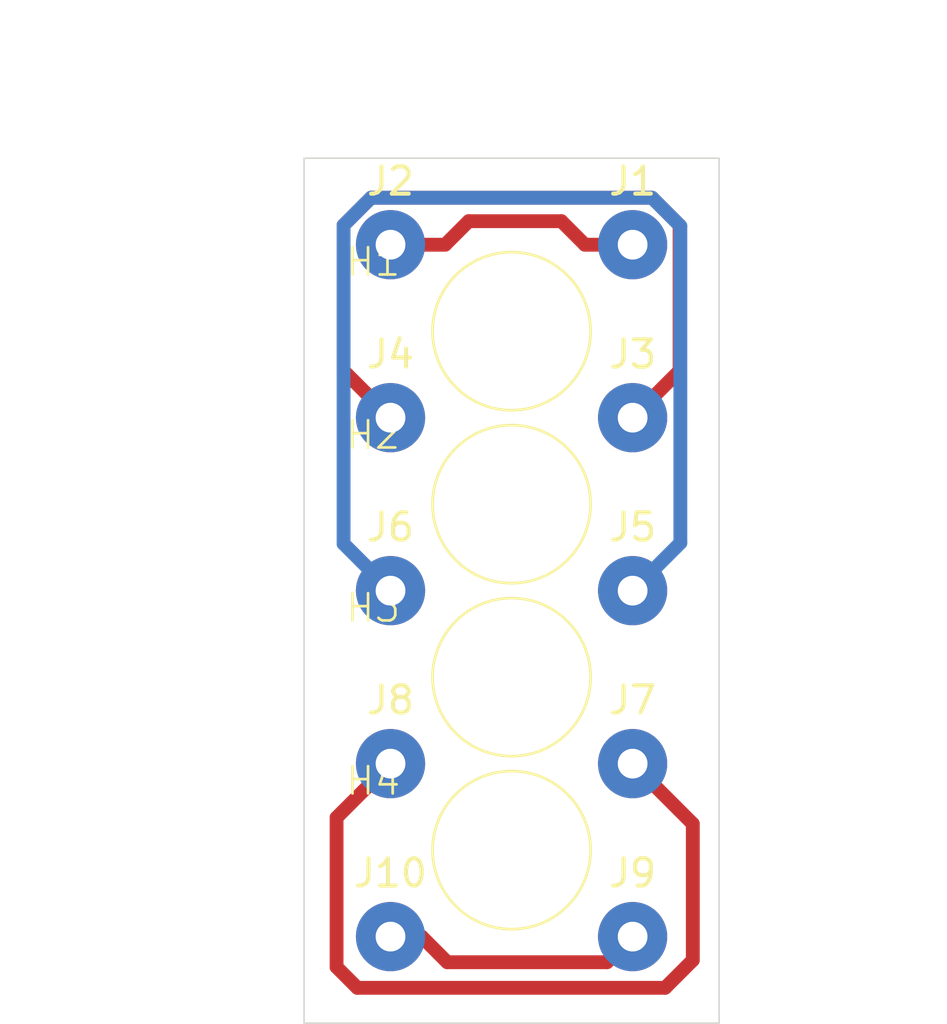
<source format=kicad_pcb>
(kicad_pcb (version 20240108) (generator "pcbnew") (generator_version "8.0")
  (layers (0 "F.Cu" signal) (31 "B.Cu" signal) (34 "B.Paste" user) (35 "F.Paste" user) (36 "B.SilkS" user "B.Silkscreen") (37 "F.SilkS" user "F.Silkscreen") (38 "B.Mask" user) (39 "F.Mask" user) (44 "Edge.Cuts" user))
  (net 0 "")
  (net 1 "Net-(J1-Pin_1)")
  (net 2 "Net-(J3-Pin_1)")
  (net 3 "Net-(J5-Pin_1)")
  (net 4 "Net-(J7-Pin_1)")
  (net 5 "Net-(J10-Pin_1)")
  (footprint "my-conn-pad:PinHeader_1x01_P2.54mm_Vertical" (layer "F.Cu") (at 59.055 79.375)
    (property "Reference" "J10" (at 0 -2.33 0) (layer "F.SilkS"))
    (property "Value" "Conn_01x01")
    (pad "1" thru_hole circle (at 0 0) (size 2.54 2.54) (drill 1.0922) (layers "*.Cu" "*.Mask") (net 5 "Net-(J10-Pin_1)"))
  )
  (footprint "my-conn-pad:PinHeader_1x01_P2.54mm_Vertical" (layer "F.Cu") (at 67.945 73.025)
    (property "Reference" "J7" (at 0 -2.33 0) (layer "F.SilkS"))
    (property "Value" "Conn_01x01")
    (pad "1" thru_hole circle (at 0 0) (size 2.54 2.54) (drill 1.0922) (layers "*.Cu" "*.Mask") (net 4 "Net-(J7-Pin_1)"))
  )
  (footprint "my-conn-pad:PinHeader_1x01_P2.54mm_Vertical" (layer "F.Cu") (at 67.945 66.675)
    (property "Reference" "J5" (at 0 -2.33 0) (layer "F.SilkS"))
    (property "Value" "Conn_01x01")
    (pad "1" thru_hole circle (at 0 0) (size 2.54 2.54) (drill 1.0922) (layers "*.Cu" "*.Mask") (net 3 "Net-(J5-Pin_1)"))
  )
  (footprint "my-conn-pad:PinHeader_1x01_P2.54mm_Vertical" (layer "F.Cu") (at 59.055 73.025)
    (property "Reference" "J8" (at 0 -2.33 0) (layer "F.SilkS"))
    (property "Value" "Conn_01x01")
    (pad "1" thru_hole circle (at 0 0) (size 2.54 2.54) (drill 1.0922) (layers "*.Cu" "*.Mask") (net 4 "Net-(J7-Pin_1)"))
  )
  (footprint "my_mtg_hole:hole-440-nopad" (layer "F.Cu") (at 63.5 57.15)
    (property "Reference" "H1" (at -5.08 -2.54 0) (layer "F.SilkS") (effects (font (thickness 0.1))))
    (property "Value" "MountingHole")
    (fp_circle (center 0 0) (end 1.143 2.667) (stroke (width 0.1)) (fill none) (layer "F.SilkS"))
    (pad "" np_thru_hole circle (at 0 0) (size 1.524 1.524) (drill 3.2512) (layers "F&B.Cu" "*.Mask"))
  )
  (footprint "my-conn-pad:PinHeader_1x01_P2.54mm_Vertical" (layer "F.Cu") (at 67.945 60.325)
    (property "Reference" "J3" (at 0 -2.33 0) (layer "F.SilkS"))
    (property "Value" "Conn_01x01")
    (pad "1" thru_hole circle (at 0 0) (size 2.54 2.54) (drill 1.0922) (layers "*.Cu" "*.Mask") (net 2 "Net-(J3-Pin_1)"))
  )
  (footprint "my_mtg_hole:hole-440-nopad" (layer "F.Cu") (at 63.5 69.85)
    (property "Reference" "H3" (at -5.08 -2.54 0) (layer "F.SilkS") (effects (font (thickness 0.1))))
    (property "Value" "MountingHole")
    (fp_circle (center 0 0) (end 1.143 2.667) (stroke (width 0.1)) (fill none) (layer "F.SilkS"))
    (pad "" np_thru_hole circle (at 0 0) (size 1.524 1.524) (drill 3.2512) (layers "F&B.Cu" "*.Mask"))
  )
  (footprint "my-conn-pad:PinHeader_1x01_P2.54mm_Vertical" (layer "F.Cu") (at 59.055 53.975)
    (property "Reference" "J2" (at 0 -2.33 0) (layer "F.SilkS"))
    (property "Value" "Conn_01x01")
    (pad "1" thru_hole circle (at 0 0) (size 2.54 2.54) (drill 1.0922) (layers "*.Cu" "*.Mask") (net 1 "Net-(J1-Pin_1)"))
  )
  (footprint "my_mtg_hole:hole-440-nopad" (layer "F.Cu") (at 63.5 76.2)
    (property "Reference" "H4" (at -5.08 -2.54 0) (layer "F.SilkS") (effects (font (thickness 0.1))))
    (property "Value" "MountingHole")
    (fp_circle (center 0 0) (end 1.143 2.667) (stroke (width 0.1)) (fill none) (layer "F.SilkS"))
    (pad "" np_thru_hole circle (at 0 0) (size 1.524 1.524) (drill 3.2512) (layers "F&B.Cu" "*.Mask"))
  )
  (footprint "my-conn-pad:PinHeader_1x01_P2.54mm_Vertical" (layer "F.Cu") (at 59.055 66.675)
    (property "Reference" "J6" (at 0 -2.33 0) (layer "F.SilkS"))
    (property "Value" "Conn_01x01")
    (pad "1" thru_hole circle (at 0 0) (size 2.54 2.54) (drill 1.0922) (layers "*.Cu" "*.Mask") (net 3 "Net-(J5-Pin_1)"))
  )
  (footprint "my-conn-pad:PinHeader_1x01_P2.54mm_Vertical" (layer "F.Cu") (at 67.945 53.975)
    (property "Reference" "J1" (at 0 -2.33 0) (layer "F.SilkS"))
    (property "Value" "Conn_01x01")
    (pad "1" thru_hole circle (at 0 0) (size 2.54 2.54) (drill 1.0922) (layers "*.Cu" "*.Mask") (net 1 "Net-(J1-Pin_1)"))
  )
  (footprint "my_mtg_hole:hole-440-nopad" (layer "F.Cu") (at 63.5 63.5)
    (property "Reference" "H2" (at -5.08 -2.54 0) (layer "F.SilkS") (effects (font (thickness 0.1))))
    (property "Value" "MountingHole")
    (fp_circle (center 0 0) (end 1.143 2.667) (stroke (width 0.1)) (fill none) (layer "F.SilkS"))
    (pad "" np_thru_hole circle (at 0 0) (size 1.524 1.524) (drill 3.2512) (layers "F&B.Cu" "*.Mask"))
  )
  (footprint "my-conn-pad:PinHeader_1x01_P2.54mm_Vertical" (layer "F.Cu") (at 59.055 60.325)
    (property "Reference" "J4" (at 0 -2.33 0) (layer "F.SilkS"))
    (property "Value" "Conn_01x01")
    (pad "1" thru_hole circle (at 0 0) (size 2.54 2.54) (drill 1.0922) (layers "*.Cu" "*.Mask") (net 2 "Net-(J3-Pin_1)"))
  )
  (footprint "my-conn-pad:PinHeader_1x01_P2.54mm_Vertical" (layer "F.Cu") (at 67.945 79.375)
    (property "Reference" "J9" (at 0 -2.33 0) (layer "F.SilkS"))
    (property "Value" "Conn_01x01")
    (pad "1" thru_hole circle (at 0 0) (size 2.54 2.54) (drill 1.0922) (layers "*.Cu" "*.Mask") (net 5 "Net-(J10-Pin_1)"))
  )
  (gr_line (start 55.88 50.8) (end 71.12 50.8) (stroke (width 0.05)) (layer "Edge.Cuts"))
  (gr_line (start 71.12 50.8) (end 71.12 82.55) (stroke (width 0.05)) (layer "Edge.Cuts"))
  (gr_line (start 71.12 82.55) (end 55.88 82.55) (stroke (width 0.05)) (layer "Edge.Cuts"))
  (gr_line (start 55.88 82.55) (end 55.88 50.8) (stroke (width 0.05)) (layer "Edge.Cuts"))
  (segment (start 66.1924 53.975) (end 67.945 53.975) (width 0.508) (layer "F.Cu") (net 1))
  (segment (start 65.3288 53.1114) (end 66.1924 53.975) (width 0.508) (layer "F.Cu") (net 1))
  (segment (start 61.0616 53.975) (end 61.9252 53.1114) (width 0.508) (layer "F.Cu") (net 1))
  (segment (start 59.055 53.975) (end 61.0616 53.975) (width 0.508) (layer "F.Cu") (net 1))
  (segment (start 61.9252 53.1114) (end 65.3288 53.1114) (width 0.508) (layer "F.Cu") (net 1))
  (segment (start 69.669 53.260895) (end 69.669 58.601) (width 0.508) (layer "F.Cu") (net 2))
  (segment (start 57.331 53.260895) (end 58.340895 52.251) (width 0.508) (layer "F.Cu") (net 2))
  (segment (start 69.669 58.601) (end 67.945 60.325) (width 0.508) (layer "F.Cu") (net 2))
  (segment (start 59.055 60.325) (end 57.331 58.601) (width 0.508) (layer "F.Cu") (net 2))
  (segment (start 57.331 58.601) (end 57.331 53.260895) (width 0.508) (layer "F.Cu") (net 2))
  (segment (start 68.659105 52.251) (end 69.669 53.260895) (width 0.508) (layer "F.Cu") (net 2))
  (segment (start 58.340895 52.251) (end 68.659105 52.251) (width 0.508) (layer "F.Cu") (net 2))
  (segment (start 57.331 53.260895) (end 58.340895 52.251) (width 0.508) (layer "B.Cu") (net 3))
  (segment (start 69.6976 53.289495) (end 69.6976 64.9224) (width 0.508) (layer "B.Cu") (net 3))
  (segment (start 69.6976 64.9224) (end 67.945 66.675) (width 0.508) (layer "B.Cu") (net 3))
  (segment (start 58.340895 52.251) (end 68.659105 52.251) (width 0.508) (layer "B.Cu") (net 3))
  (segment (start 57.331 64.951) (end 57.331 53.260895) (width 0.508) (layer "B.Cu") (net 3))
  (segment (start 59.055 66.675) (end 57.331 64.951) (width 0.508) (layer "B.Cu") (net 3))
  (segment (start 68.659105 52.251) (end 69.6976 53.289495) (width 0.508) (layer "B.Cu") (net 3))
  (segment (start 70.1548 75.2348) (end 67.945 73.025) (width 0.508) (layer "F.Cu") (net 4))
  (segment (start 59.055 73.025) (end 57.0738 75.0062) (width 0.508) (layer "F.Cu") (net 4))
  (segment (start 57.0738 75.0062) (end 57.0738 80.4926) (width 0.508) (layer "F.Cu") (net 4))
  (segment (start 70.1548 80.2386) (end 70.1548 75.2348) (width 0.508) (layer "F.Cu") (net 4))
  (segment (start 57.8358 81.2546) (end 69.1388 81.2546) (width 0.508) (layer "F.Cu") (net 4))
  (segment (start 57.0738 80.4926) (end 57.8358 81.2546) (width 0.508) (layer "F.Cu") (net 4))
  (segment (start 69.1388 81.2546) (end 70.1548 80.2386) (width 0.508) (layer "F.Cu") (net 4))
  (segment (start 60.198 79.375) (end 61.1378 80.3148) (width 0.508) (layer "F.Cu") (net 5))
  (segment (start 59.055 79.375) (end 60.198 79.375) (width 0.508) (layer "F.Cu") (net 5))
  (segment (start 67.0052 80.3148) (end 67.945 79.375) (width 0.508) (layer "F.Cu") (net 5))
  (segment (start 61.1378 80.3148) (end 67.0052 80.3148) (width 0.508) (layer "F.Cu") (net 5))
)
</source>
